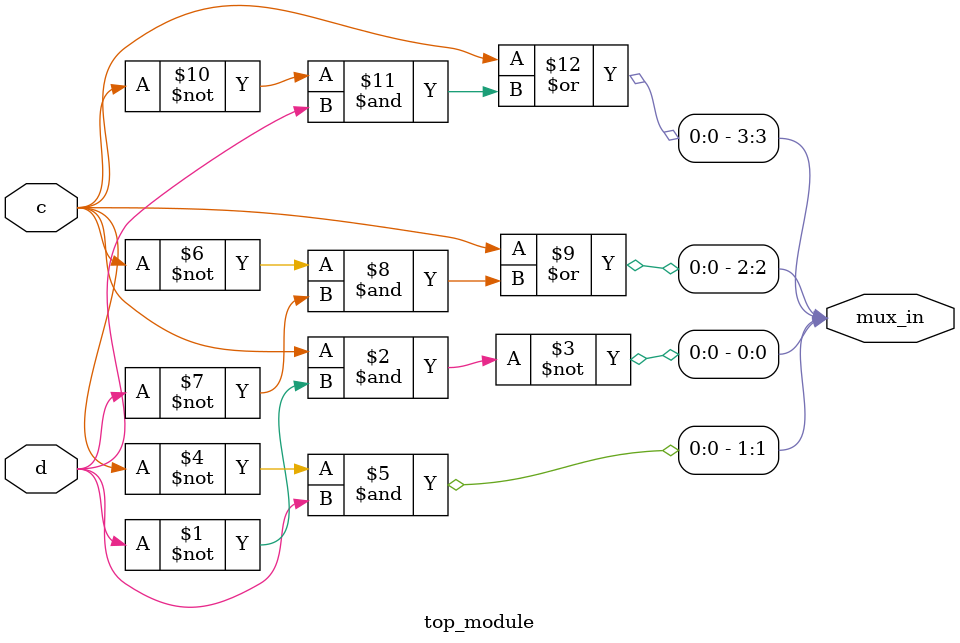
<source format=sv>
module top_module (
	input c,
	input d,
	output [3:0] mux_in
);
	assign mux_in[0] = ~(c & ~d);
	assign mux_in[1] = ~c & d;
	assign mux_in[2] = c | (~c & ~d);
	assign mux_in[3] = c | (~c & d);
endmodule

</source>
